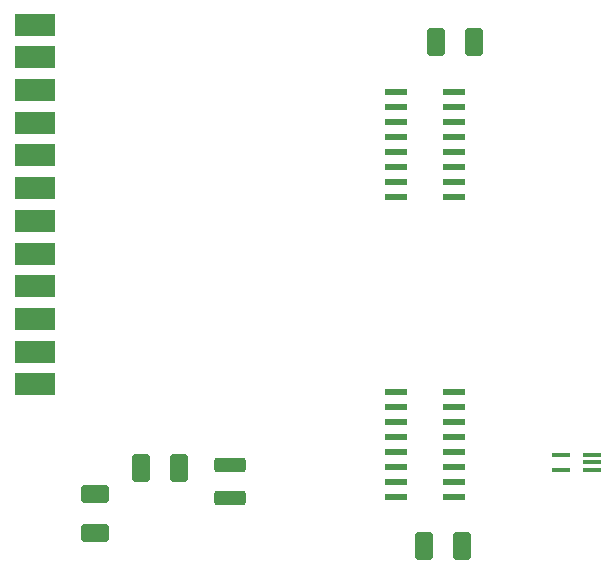
<source format=gbp>
%TF.GenerationSoftware,KiCad,Pcbnew,(6.0.4-0)*%
%TF.CreationDate,2023-01-26T09:36:58-07:00*%
%TF.ProjectId,bluescsi_iigs_internal,626c7565-7363-4736-995f-696967735f69,rev?*%
%TF.SameCoordinates,Original*%
%TF.FileFunction,Paste,Bot*%
%TF.FilePolarity,Positive*%
%FSLAX46Y46*%
G04 Gerber Fmt 4.6, Leading zero omitted, Abs format (unit mm)*
G04 Created by KiCad (PCBNEW (6.0.4-0)) date 2023-01-26 09:36:58*
%MOMM*%
%LPD*%
G01*
G04 APERTURE LIST*
G04 Aperture macros list*
%AMRoundRect*
0 Rectangle with rounded corners*
0 $1 Rounding radius*
0 $2 $3 $4 $5 $6 $7 $8 $9 X,Y pos of 4 corners*
0 Add a 4 corners polygon primitive as box body*
4,1,4,$2,$3,$4,$5,$6,$7,$8,$9,$2,$3,0*
0 Add four circle primitives for the rounded corners*
1,1,$1+$1,$2,$3*
1,1,$1+$1,$4,$5*
1,1,$1+$1,$6,$7*
1,1,$1+$1,$8,$9*
0 Add four rect primitives between the rounded corners*
20,1,$1+$1,$2,$3,$4,$5,0*
20,1,$1+$1,$4,$5,$6,$7,0*
20,1,$1+$1,$6,$7,$8,$9,0*
20,1,$1+$1,$8,$9,$2,$3,0*%
G04 Aperture macros list end*
%ADD10R,3.480000X1.846667*%
%ADD11RoundRect,0.250000X-0.500000X-0.925000X0.500000X-0.925000X0.500000X0.925000X-0.500000X0.925000X0*%
%ADD12R,1.970000X0.600000*%
%ADD13RoundRect,0.250000X0.500000X0.925000X-0.500000X0.925000X-0.500000X-0.925000X0.500000X-0.925000X0*%
%ADD14RoundRect,0.250000X1.075000X-0.375000X1.075000X0.375000X-1.075000X0.375000X-1.075000X-0.375000X0*%
%ADD15R,1.500000X0.400000*%
%ADD16RoundRect,0.250000X0.925000X-0.500000X0.925000X0.500000X-0.925000X0.500000X-0.925000X-0.500000X0*%
G04 APERTURE END LIST*
D10*
%TO.C,J6*%
X127000000Y-50805000D03*
X127000000Y-53575000D03*
X127000000Y-56345000D03*
X127000000Y-59115000D03*
X127000000Y-61885000D03*
X127000000Y-64655000D03*
X127000000Y-67425000D03*
X127000000Y-70195000D03*
X127000000Y-72965000D03*
X127000000Y-75735000D03*
X127000000Y-78505000D03*
X127000000Y-81275000D03*
%TD*%
D11*
%TO.C,C1*%
X160935000Y-52324000D03*
X164185000Y-52324000D03*
%TD*%
D12*
%TO.C,U3*%
X162495000Y-81915000D03*
X162495000Y-83185000D03*
X162495000Y-84455000D03*
X162495000Y-85725000D03*
X162495000Y-86995000D03*
X162495000Y-88265000D03*
X162495000Y-89535000D03*
X162495000Y-90805000D03*
X157545000Y-90805000D03*
X157545000Y-89535000D03*
X157545000Y-88265000D03*
X157545000Y-86995000D03*
X157545000Y-85725000D03*
X157545000Y-84455000D03*
X157545000Y-83185000D03*
X157545000Y-81915000D03*
%TD*%
D11*
%TO.C,C3*%
X135942000Y-88392000D03*
X139192000Y-88392000D03*
%TD*%
D13*
%TO.C,C2*%
X163169000Y-94996000D03*
X159919000Y-94996000D03*
%TD*%
D12*
%TO.C,U2*%
X162495000Y-56515000D03*
X162495000Y-57785000D03*
X162495000Y-59055000D03*
X162495000Y-60325000D03*
X162495000Y-61595000D03*
X162495000Y-62865000D03*
X162495000Y-64135000D03*
X162495000Y-65405000D03*
X157545000Y-65405000D03*
X157545000Y-64135000D03*
X157545000Y-62865000D03*
X157545000Y-61595000D03*
X157545000Y-60325000D03*
X157545000Y-59055000D03*
X157545000Y-57785000D03*
X157545000Y-56515000D03*
%TD*%
D14*
%TO.C,F1*%
X143510000Y-90935000D03*
X143510000Y-88135000D03*
%TD*%
D15*
%TO.C,U5*%
X174177000Y-87234000D03*
X174177000Y-87884000D03*
X174177000Y-88534000D03*
X171517000Y-88534000D03*
X171517000Y-87234000D03*
%TD*%
D16*
%TO.C,C4*%
X132080000Y-93827000D03*
X132080000Y-90577000D03*
%TD*%
M02*

</source>
